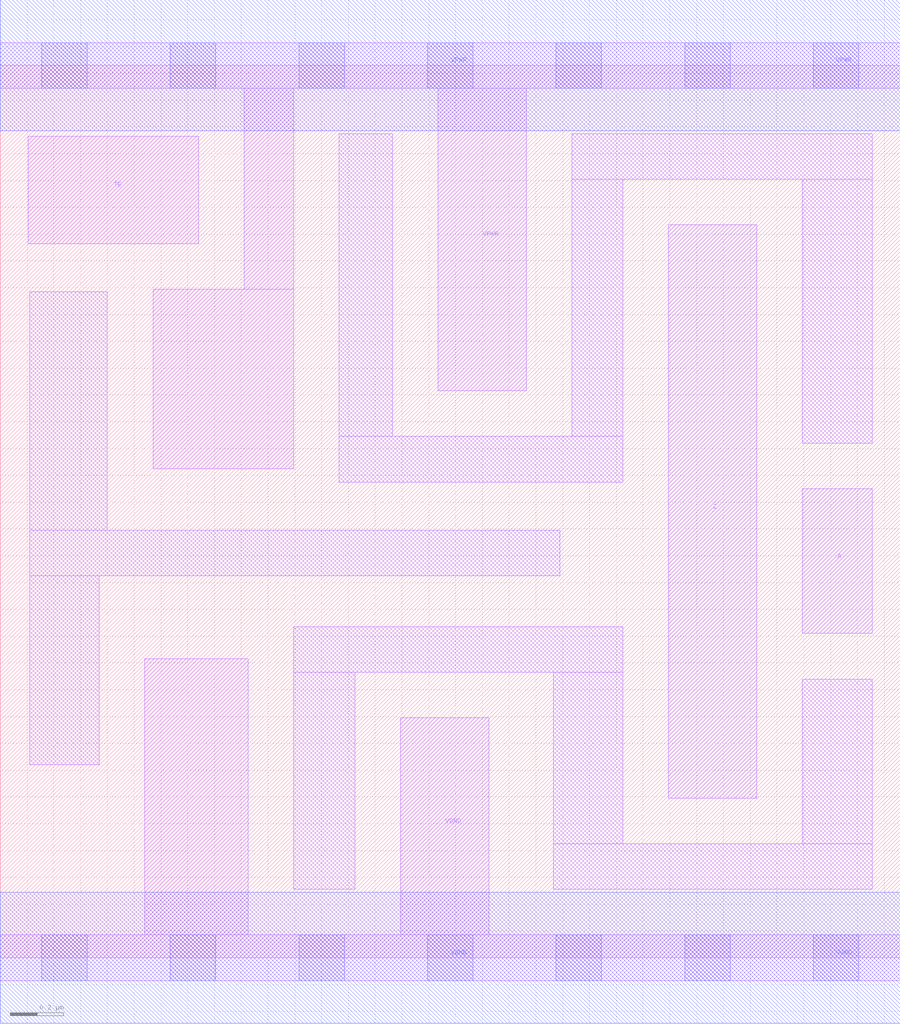
<source format=lef>
# Copyright 2020 The SkyWater PDK Authors
#
# Licensed under the Apache License, Version 2.0 (the "License");
# you may not use this file except in compliance with the License.
# You may obtain a copy of the License at
#
#     https://www.apache.org/licenses/LICENSE-2.0
#
# Unless required by applicable law or agreed to in writing, software
# distributed under the License is distributed on an "AS IS" BASIS,
# WITHOUT WARRANTIES OR CONDITIONS OF ANY KIND, either express or implied.
# See the License for the specific language governing permissions and
# limitations under the License.
#
# SPDX-License-Identifier: Apache-2.0

VERSION 5.7 ;
  NAMESCASESENSITIVE ON ;
  NOWIREEXTENSIONATPIN ON ;
  DIVIDERCHAR "/" ;
  BUSBITCHARS "[]" ;
UNITS
  DATABASE MICRONS 200 ;
END UNITS
MACRO sky130_fd_sc_lp__einvp_2
  CLASS CORE ;
  SOURCE USER ;
  FOREIGN sky130_fd_sc_lp__einvp_2 ;
  ORIGIN  0.000000  0.000000 ;
  SIZE  3.360000 BY  3.330000 ;
  SYMMETRY X Y R90 ;
  SITE unit ;
  PIN A
    ANTENNAGATEAREA  0.630000 ;
    DIRECTION INPUT ;
    USE SIGNAL ;
    PORT
      LAYER li1 ;
        RECT 2.995000 1.210000 3.255000 1.750000 ;
    END
  END A
  PIN TE
    ANTENNAGATEAREA  0.411000 ;
    DIRECTION INPUT ;
    USE SIGNAL ;
    PORT
      LAYER li1 ;
        RECT 0.105000 2.665000 0.740000 3.065000 ;
    END
  END TE
  PIN Z
    ANTENNADIFFAREA  0.588000 ;
    DIRECTION OUTPUT ;
    USE SIGNAL ;
    PORT
      LAYER li1 ;
        RECT 2.495000 0.595000 2.825000 2.735000 ;
    END
  END Z
  PIN VGND
    DIRECTION INOUT ;
    USE GROUND ;
    PORT
      LAYER li1 ;
        RECT 0.000000 -0.085000 3.360000 0.085000 ;
        RECT 0.540000  0.085000 0.925000 1.115000 ;
        RECT 1.495000  0.085000 1.825000 0.895000 ;
      LAYER mcon ;
        RECT 0.155000 -0.085000 0.325000 0.085000 ;
        RECT 0.635000 -0.085000 0.805000 0.085000 ;
        RECT 1.115000 -0.085000 1.285000 0.085000 ;
        RECT 1.595000 -0.085000 1.765000 0.085000 ;
        RECT 2.075000 -0.085000 2.245000 0.085000 ;
        RECT 2.555000 -0.085000 2.725000 0.085000 ;
        RECT 3.035000 -0.085000 3.205000 0.085000 ;
      LAYER met1 ;
        RECT 0.000000 -0.245000 3.360000 0.245000 ;
    END
  END VGND
  PIN VPWR
    DIRECTION INOUT ;
    USE POWER ;
    PORT
      LAYER li1 ;
        RECT 0.000000 3.245000 3.360000 3.415000 ;
        RECT 0.570000 1.825000 1.095000 2.495000 ;
        RECT 0.910000 2.495000 1.095000 3.245000 ;
        RECT 1.635000 2.115000 1.965000 3.245000 ;
      LAYER mcon ;
        RECT 0.155000 3.245000 0.325000 3.415000 ;
        RECT 0.635000 3.245000 0.805000 3.415000 ;
        RECT 1.115000 3.245000 1.285000 3.415000 ;
        RECT 1.595000 3.245000 1.765000 3.415000 ;
        RECT 2.075000 3.245000 2.245000 3.415000 ;
        RECT 2.555000 3.245000 2.725000 3.415000 ;
        RECT 3.035000 3.245000 3.205000 3.415000 ;
      LAYER met1 ;
        RECT 0.000000 3.085000 3.360000 3.575000 ;
    END
  END VPWR
  OBS
    LAYER li1 ;
      RECT 0.110000 0.720000 0.370000 1.425000 ;
      RECT 0.110000 1.425000 2.090000 1.595000 ;
      RECT 0.110000 1.595000 0.400000 2.485000 ;
      RECT 1.095000 0.255000 1.325000 1.065000 ;
      RECT 1.095000 1.065000 2.325000 1.235000 ;
      RECT 1.265000 1.775000 2.325000 1.945000 ;
      RECT 1.265000 1.945000 1.465000 3.075000 ;
      RECT 2.065000 0.255000 3.255000 0.425000 ;
      RECT 2.065000 0.425000 2.325000 1.065000 ;
      RECT 2.135000 1.945000 2.325000 2.905000 ;
      RECT 2.135000 2.905000 3.255000 3.075000 ;
      RECT 2.995000 0.425000 3.255000 1.040000 ;
      RECT 2.995000 1.920000 3.255000 2.905000 ;
  END
END sky130_fd_sc_lp__einvp_2

</source>
